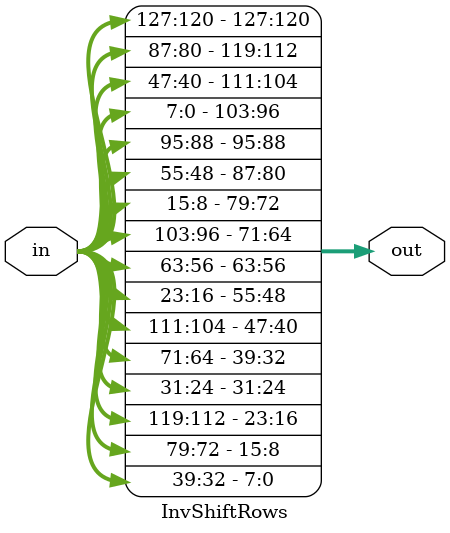
<source format=sv>
module InvShiftRows ( input        [127:0] in ,
                       output logic [127:0] out );
	// Row 1:						  
   assign out[127:120] = in[127:120];
   assign out[95:88] = in[95:88];
	assign out[63:56] = in[63:56];
	assign out[31:24] = in[31:24];
	
	//Row 2: <-
	assign out[119:112] = in[87:80];
	assign out[87:80] = in[55:48];
	assign out[55:48] = in[23:16];
	assign out[23:16] = in[119:112];

	// Row 3: <-<-
	assign out[111:104] = in[47:40];
	assign out[79:72] = in[15:8];
	assign out[47:40] = in[111:104];
	assign out[15:8] = in[79:72];

	// Row 4: <-<-<-
	assign out[103:96] = in[7:0];
	assign out[71:64] = in[103:96];
	assign out[39:32] = in[71:64];
	assign out[7:0] = in[39:32];

endmodule


</source>
